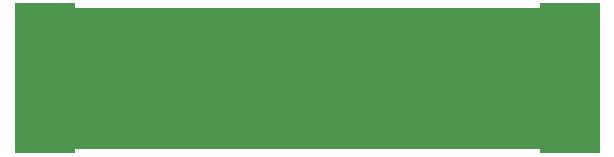
<source format=gbl>
G04 EAGLE Gerber RS-274X export*
G75*
%MOMM*%
%FSLAX34Y34*%
%LPD*%
%INBottom Copper*%
%IPPOS*%
%AMOC8*
5,1,8,0,0,1.08239X$1,22.5*%
G01*
%ADD10C,2.971800*%
%ADD11R,5.080000X12.700000*%
%ADD12C,0.654000*%

G36*
X490748Y3814D02*
X490748Y3814D01*
X490767Y3812D01*
X490869Y3834D01*
X490971Y3850D01*
X490988Y3860D01*
X491008Y3864D01*
X491097Y3917D01*
X491188Y3966D01*
X491202Y3980D01*
X491219Y3990D01*
X491286Y4069D01*
X491358Y4144D01*
X491366Y4162D01*
X491379Y4177D01*
X491418Y4273D01*
X491461Y4367D01*
X491463Y4387D01*
X491471Y4405D01*
X491489Y4572D01*
X491489Y122428D01*
X491486Y122448D01*
X491488Y122467D01*
X491466Y122569D01*
X491450Y122671D01*
X491440Y122688D01*
X491436Y122708D01*
X491383Y122797D01*
X491334Y122888D01*
X491320Y122902D01*
X491310Y122919D01*
X491231Y122986D01*
X491156Y123058D01*
X491138Y123066D01*
X491123Y123079D01*
X491027Y123118D01*
X490933Y123161D01*
X490913Y123163D01*
X490895Y123171D01*
X490728Y123189D01*
X4572Y123189D01*
X4552Y123186D01*
X4533Y123188D01*
X4431Y123166D01*
X4329Y123150D01*
X4312Y123140D01*
X4292Y123136D01*
X4203Y123083D01*
X4112Y123034D01*
X4098Y123020D01*
X4081Y123010D01*
X4014Y122931D01*
X3942Y122856D01*
X3934Y122838D01*
X3921Y122823D01*
X3882Y122727D01*
X3839Y122633D01*
X3837Y122613D01*
X3829Y122595D01*
X3811Y122428D01*
X3811Y4572D01*
X3814Y4552D01*
X3812Y4533D01*
X3834Y4431D01*
X3850Y4329D01*
X3860Y4312D01*
X3864Y4292D01*
X3917Y4203D01*
X3966Y4112D01*
X3980Y4098D01*
X3990Y4081D01*
X4069Y4014D01*
X4144Y3942D01*
X4162Y3934D01*
X4177Y3921D01*
X4273Y3882D01*
X4367Y3839D01*
X4387Y3837D01*
X4405Y3829D01*
X4572Y3811D01*
X490728Y3811D01*
X490748Y3814D01*
G37*
D10*
X467360Y111125D03*
X467360Y15875D03*
D11*
X469900Y63500D03*
D10*
X27940Y15875D03*
X27940Y111125D03*
D11*
X25400Y63500D03*
D12*
X6350Y76200D03*
X6350Y50800D03*
X31750Y76200D03*
X57150Y76200D03*
X82550Y76200D03*
X107950Y76200D03*
X133350Y76200D03*
X158750Y76200D03*
X184150Y76200D03*
X209550Y76200D03*
X234950Y76200D03*
X260350Y76200D03*
X285750Y76200D03*
X311150Y76200D03*
X336550Y76200D03*
X361950Y76200D03*
X387350Y76200D03*
X412750Y76200D03*
X438150Y76200D03*
X463550Y76200D03*
X31750Y50800D03*
X57150Y50800D03*
X82550Y50800D03*
X107950Y50800D03*
X133350Y50800D03*
X158750Y50800D03*
X184150Y50800D03*
X209550Y50800D03*
X234950Y50800D03*
X260350Y50800D03*
X285750Y50800D03*
X311150Y50800D03*
X336550Y50800D03*
X361950Y50800D03*
X387350Y50800D03*
X412750Y50800D03*
X438150Y50800D03*
X463550Y50800D03*
X488950Y76200D03*
X488950Y50800D03*
X6350Y114300D03*
X57150Y114300D03*
X82550Y114300D03*
X107950Y114300D03*
X133350Y114300D03*
X158750Y114300D03*
X184150Y114300D03*
X209550Y114300D03*
X234950Y114300D03*
X260350Y114300D03*
X285750Y114300D03*
X311150Y114300D03*
X336550Y114300D03*
X361950Y114300D03*
X387350Y114300D03*
X412750Y114300D03*
X438150Y114300D03*
X488950Y114300D03*
X6350Y12700D03*
X57150Y12700D03*
X82550Y12700D03*
X107950Y12700D03*
X133350Y12700D03*
X158750Y12700D03*
X184150Y12700D03*
X209550Y12700D03*
X234950Y12700D03*
X260350Y12700D03*
X285750Y12700D03*
X311150Y12700D03*
X336550Y12700D03*
X361950Y12700D03*
X387350Y12700D03*
X412750Y12700D03*
X438150Y12700D03*
X488950Y12700D03*
M02*

</source>
